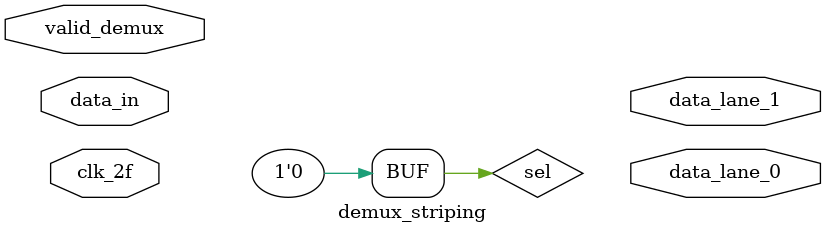
<source format=v>
module demux_striping(input [31:0] data_in,
					input clk_2f,
					input valid_demux,
					output reg [31:0] data_lane_0,
					output reg [31:0] data_lane_1);

	reg sel = 0;

	always @(posedge clk_2f) begin
		if (sel == 0) begin
			
		end
	end

endmodule
</source>
